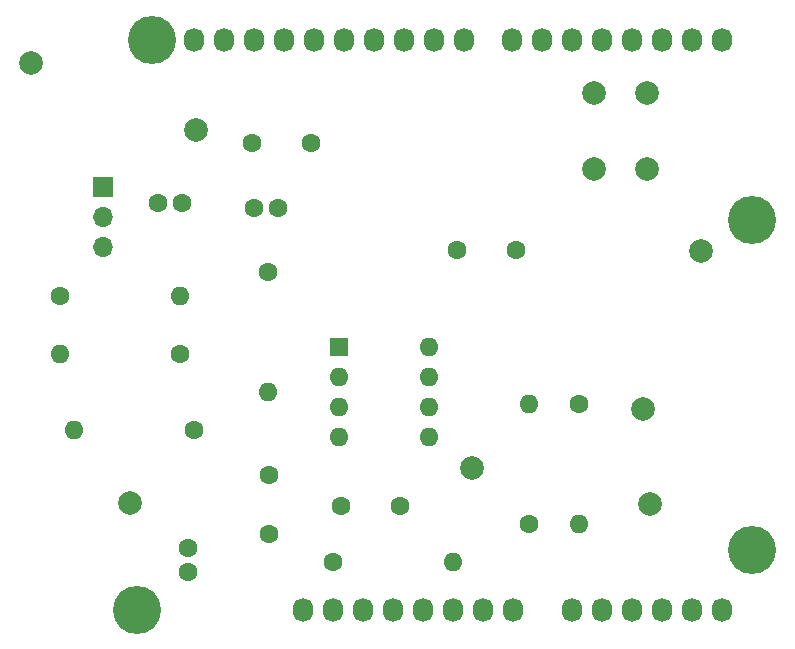
<source format=gbr>
%TF.GenerationSoftware,KiCad,Pcbnew,(5.1.9)-1*%
%TF.CreationDate,2021-05-23T14:15:34+02:00*%
%TF.ProjectId,NewRadar,4e657752-6164-4617-922e-6b696361645f,Radar_1v1.1*%
%TF.SameCoordinates,Original*%
%TF.FileFunction,Soldermask,Bot*%
%TF.FilePolarity,Negative*%
%FSLAX46Y46*%
G04 Gerber Fmt 4.6, Leading zero omitted, Abs format (unit mm)*
G04 Created by KiCad (PCBNEW (5.1.9)-1) date 2021-05-23 14:15:34*
%MOMM*%
%LPD*%
G01*
G04 APERTURE LIST*
%ADD10R,1.600000X1.600000*%
%ADD11O,1.600000X1.600000*%
%ADD12C,1.600000*%
%ADD13R,1.700000X1.700000*%
%ADD14O,1.700000X1.700000*%
%ADD15O,1.727200X2.032000*%
%ADD16C,4.064000*%
%ADD17C,2.000000*%
G04 APERTURE END LIST*
D10*
X142048000Y-101565000D03*
D11*
X149668000Y-109185000D03*
X142048000Y-104105000D03*
X149668000Y-106645000D03*
X142048000Y-106645000D03*
X149668000Y-104105000D03*
X142048000Y-109185000D03*
X149668000Y-101565000D03*
D12*
X135998000Y-95265000D03*
D11*
X135998000Y-105425000D03*
D13*
X122098000Y-88015000D03*
D14*
X122098000Y-90555000D03*
X122098000Y-93095000D03*
D12*
X139648000Y-84365000D03*
X134648000Y-84365000D03*
X147248000Y-115065000D03*
X142248000Y-115065000D03*
D15*
X161798000Y-123825000D03*
X164338000Y-123825000D03*
X166878000Y-123825000D03*
X169418000Y-123825000D03*
X171958000Y-123825000D03*
X174498000Y-123825000D03*
X129794000Y-75565000D03*
X132334000Y-75565000D03*
X134874000Y-75565000D03*
X137414000Y-75565000D03*
X139954000Y-75565000D03*
X142494000Y-75565000D03*
X145034000Y-75565000D03*
X147574000Y-75565000D03*
X150114000Y-75565000D03*
X152654000Y-75565000D03*
X156718000Y-75565000D03*
X159258000Y-75565000D03*
X161798000Y-75565000D03*
X164338000Y-75565000D03*
X166878000Y-75565000D03*
X169418000Y-75565000D03*
X171958000Y-75565000D03*
X174498000Y-75565000D03*
D16*
X124968000Y-123825000D03*
X177038000Y-118745000D03*
X126238000Y-75565000D03*
X177038000Y-90805000D03*
D12*
X136848000Y-89865000D03*
X134848000Y-89865000D03*
X126748000Y-89365000D03*
X128748000Y-89365000D03*
X136098000Y-117415000D03*
X136098000Y-112415000D03*
X129298000Y-118615000D03*
X129298000Y-120615000D03*
X118398000Y-97265000D03*
D11*
X128558000Y-97265000D03*
X118388000Y-102165000D03*
D12*
X128548000Y-102165000D03*
D11*
X119638000Y-108665000D03*
D12*
X129798000Y-108665000D03*
X141538000Y-119815000D03*
D11*
X151698000Y-119815000D03*
X162398000Y-116575000D03*
D12*
X162398000Y-106415000D03*
D17*
X163598000Y-80065000D03*
X168098000Y-80065000D03*
X163598000Y-86565000D03*
X168098000Y-86565000D03*
X129898000Y-83215000D03*
X115948000Y-77515000D03*
X153348000Y-111815000D03*
X168398000Y-114865000D03*
X124348000Y-114765000D03*
X167798000Y-106815000D03*
D12*
X158098000Y-116615000D03*
D11*
X158098000Y-106455000D03*
D15*
X138958000Y-123865000D03*
X141498000Y-123865000D03*
X144038000Y-123865000D03*
X146578000Y-123865000D03*
X149118000Y-123865000D03*
X151658000Y-123865000D03*
X154198000Y-123865000D03*
X156738000Y-123865000D03*
D17*
X172698000Y-93465000D03*
D12*
X151998000Y-93365000D03*
X156998000Y-93365000D03*
M02*

</source>
